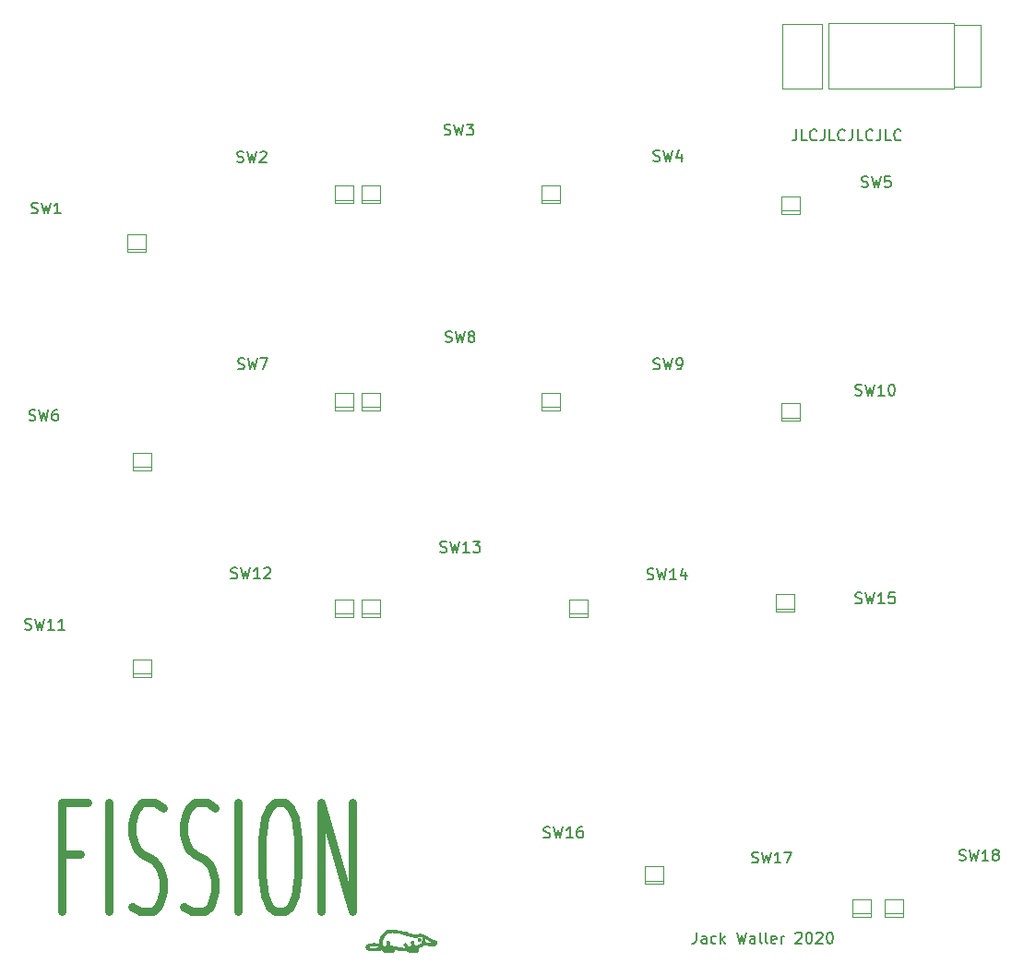
<source format=gbr>
%TF.GenerationSoftware,KiCad,Pcbnew,(5.1.6)-1*%
%TF.CreationDate,2020-08-26T09:56:27+01:00*%
%TF.ProjectId,Fission,46697373-696f-46e2-9e6b-696361645f70,rev?*%
%TF.SameCoordinates,Original*%
%TF.FileFunction,Legend,Top*%
%TF.FilePolarity,Positive*%
%FSLAX46Y46*%
G04 Gerber Fmt 4.6, Leading zero omitted, Abs format (unit mm)*
G04 Created by KiCad (PCBNEW (5.1.6)-1) date 2020-08-26 09:56:27*
%MOMM*%
%LPD*%
G01*
G04 APERTURE LIST*
%ADD10C,0.150000*%
%ADD11C,0.750000*%
%ADD12C,0.010000*%
%ADD13C,0.120000*%
G04 APERTURE END LIST*
D10*
X111904761Y-141452380D02*
X111904761Y-142166666D01*
X111857142Y-142309523D01*
X111761904Y-142404761D01*
X111619047Y-142452380D01*
X111523809Y-142452380D01*
X112809523Y-142452380D02*
X112809523Y-141928571D01*
X112761904Y-141833333D01*
X112666666Y-141785714D01*
X112476190Y-141785714D01*
X112380952Y-141833333D01*
X112809523Y-142404761D02*
X112714285Y-142452380D01*
X112476190Y-142452380D01*
X112380952Y-142404761D01*
X112333333Y-142309523D01*
X112333333Y-142214285D01*
X112380952Y-142119047D01*
X112476190Y-142071428D01*
X112714285Y-142071428D01*
X112809523Y-142023809D01*
X113714285Y-142404761D02*
X113619047Y-142452380D01*
X113428571Y-142452380D01*
X113333333Y-142404761D01*
X113285714Y-142357142D01*
X113238095Y-142261904D01*
X113238095Y-141976190D01*
X113285714Y-141880952D01*
X113333333Y-141833333D01*
X113428571Y-141785714D01*
X113619047Y-141785714D01*
X113714285Y-141833333D01*
X114142857Y-142452380D02*
X114142857Y-141452380D01*
X114238095Y-142071428D02*
X114523809Y-142452380D01*
X114523809Y-141785714D02*
X114142857Y-142166666D01*
X115619047Y-141452380D02*
X115857142Y-142452380D01*
X116047619Y-141738095D01*
X116238095Y-142452380D01*
X116476190Y-141452380D01*
X117285714Y-142452380D02*
X117285714Y-141928571D01*
X117238095Y-141833333D01*
X117142857Y-141785714D01*
X116952380Y-141785714D01*
X116857142Y-141833333D01*
X117285714Y-142404761D02*
X117190476Y-142452380D01*
X116952380Y-142452380D01*
X116857142Y-142404761D01*
X116809523Y-142309523D01*
X116809523Y-142214285D01*
X116857142Y-142119047D01*
X116952380Y-142071428D01*
X117190476Y-142071428D01*
X117285714Y-142023809D01*
X117904761Y-142452380D02*
X117809523Y-142404761D01*
X117761904Y-142309523D01*
X117761904Y-141452380D01*
X118428571Y-142452380D02*
X118333333Y-142404761D01*
X118285714Y-142309523D01*
X118285714Y-141452380D01*
X119190476Y-142404761D02*
X119095238Y-142452380D01*
X118904761Y-142452380D01*
X118809523Y-142404761D01*
X118761904Y-142309523D01*
X118761904Y-141928571D01*
X118809523Y-141833333D01*
X118904761Y-141785714D01*
X119095238Y-141785714D01*
X119190476Y-141833333D01*
X119238095Y-141928571D01*
X119238095Y-142023809D01*
X118761904Y-142119047D01*
X119666666Y-142452380D02*
X119666666Y-141785714D01*
X119666666Y-141976190D02*
X119714285Y-141880952D01*
X119761904Y-141833333D01*
X119857142Y-141785714D01*
X119952380Y-141785714D01*
X121000000Y-141547619D02*
X121047619Y-141500000D01*
X121142857Y-141452380D01*
X121380952Y-141452380D01*
X121476190Y-141500000D01*
X121523809Y-141547619D01*
X121571428Y-141642857D01*
X121571428Y-141738095D01*
X121523809Y-141880952D01*
X120952380Y-142452380D01*
X121571428Y-142452380D01*
X122190476Y-141452380D02*
X122285714Y-141452380D01*
X122380952Y-141500000D01*
X122428571Y-141547619D01*
X122476190Y-141642857D01*
X122523809Y-141833333D01*
X122523809Y-142071428D01*
X122476190Y-142261904D01*
X122428571Y-142357142D01*
X122380952Y-142404761D01*
X122285714Y-142452380D01*
X122190476Y-142452380D01*
X122095238Y-142404761D01*
X122047619Y-142357142D01*
X122000000Y-142261904D01*
X121952380Y-142071428D01*
X121952380Y-141833333D01*
X122000000Y-141642857D01*
X122047619Y-141547619D01*
X122095238Y-141500000D01*
X122190476Y-141452380D01*
X122904761Y-141547619D02*
X122952380Y-141500000D01*
X123047619Y-141452380D01*
X123285714Y-141452380D01*
X123380952Y-141500000D01*
X123428571Y-141547619D01*
X123476190Y-141642857D01*
X123476190Y-141738095D01*
X123428571Y-141880952D01*
X122857142Y-142452380D01*
X123476190Y-142452380D01*
X124095238Y-141452380D02*
X124190476Y-141452380D01*
X124285714Y-141500000D01*
X124333333Y-141547619D01*
X124380952Y-141642857D01*
X124428571Y-141833333D01*
X124428571Y-142071428D01*
X124380952Y-142261904D01*
X124333333Y-142357142D01*
X124285714Y-142404761D01*
X124190476Y-142452380D01*
X124095238Y-142452380D01*
X124000000Y-142404761D01*
X123952380Y-142357142D01*
X123904761Y-142261904D01*
X123857142Y-142071428D01*
X123857142Y-141833333D01*
X123904761Y-141642857D01*
X123952380Y-141547619D01*
X124000000Y-141500000D01*
X124095238Y-141452380D01*
X121080952Y-67752380D02*
X121080952Y-68466666D01*
X121033333Y-68609523D01*
X120938095Y-68704761D01*
X120795238Y-68752380D01*
X120700000Y-68752380D01*
X122033333Y-68752380D02*
X121557142Y-68752380D01*
X121557142Y-67752380D01*
X122938095Y-68657142D02*
X122890476Y-68704761D01*
X122747619Y-68752380D01*
X122652380Y-68752380D01*
X122509523Y-68704761D01*
X122414285Y-68609523D01*
X122366666Y-68514285D01*
X122319047Y-68323809D01*
X122319047Y-68180952D01*
X122366666Y-67990476D01*
X122414285Y-67895238D01*
X122509523Y-67800000D01*
X122652380Y-67752380D01*
X122747619Y-67752380D01*
X122890476Y-67800000D01*
X122938095Y-67847619D01*
X123652380Y-67752380D02*
X123652380Y-68466666D01*
X123604761Y-68609523D01*
X123509523Y-68704761D01*
X123366666Y-68752380D01*
X123271428Y-68752380D01*
X124604761Y-68752380D02*
X124128571Y-68752380D01*
X124128571Y-67752380D01*
X125509523Y-68657142D02*
X125461904Y-68704761D01*
X125319047Y-68752380D01*
X125223809Y-68752380D01*
X125080952Y-68704761D01*
X124985714Y-68609523D01*
X124938095Y-68514285D01*
X124890476Y-68323809D01*
X124890476Y-68180952D01*
X124938095Y-67990476D01*
X124985714Y-67895238D01*
X125080952Y-67800000D01*
X125223809Y-67752380D01*
X125319047Y-67752380D01*
X125461904Y-67800000D01*
X125509523Y-67847619D01*
X126223809Y-67752380D02*
X126223809Y-68466666D01*
X126176190Y-68609523D01*
X126080952Y-68704761D01*
X125938095Y-68752380D01*
X125842857Y-68752380D01*
X127176190Y-68752380D02*
X126700000Y-68752380D01*
X126700000Y-67752380D01*
X128080952Y-68657142D02*
X128033333Y-68704761D01*
X127890476Y-68752380D01*
X127795238Y-68752380D01*
X127652380Y-68704761D01*
X127557142Y-68609523D01*
X127509523Y-68514285D01*
X127461904Y-68323809D01*
X127461904Y-68180952D01*
X127509523Y-67990476D01*
X127557142Y-67895238D01*
X127652380Y-67800000D01*
X127795238Y-67752380D01*
X127890476Y-67752380D01*
X128033333Y-67800000D01*
X128080952Y-67847619D01*
X128795238Y-67752380D02*
X128795238Y-68466666D01*
X128747619Y-68609523D01*
X128652380Y-68704761D01*
X128509523Y-68752380D01*
X128414285Y-68752380D01*
X129747619Y-68752380D02*
X129271428Y-68752380D01*
X129271428Y-67752380D01*
X130652380Y-68657142D02*
X130604761Y-68704761D01*
X130461904Y-68752380D01*
X130366666Y-68752380D01*
X130223809Y-68704761D01*
X130128571Y-68609523D01*
X130080952Y-68514285D01*
X130033333Y-68323809D01*
X130033333Y-68180952D01*
X130080952Y-67990476D01*
X130128571Y-67895238D01*
X130223809Y-67800000D01*
X130366666Y-67752380D01*
X130461904Y-67752380D01*
X130604761Y-67800000D01*
X130652380Y-67847619D01*
D11*
X55344642Y-134285714D02*
X53677976Y-134285714D01*
X53677976Y-139523809D02*
X53677976Y-129523809D01*
X56058928Y-129523809D01*
X57963690Y-139523809D02*
X57963690Y-129523809D01*
X60106547Y-139047619D02*
X60820833Y-139523809D01*
X62011309Y-139523809D01*
X62487500Y-139047619D01*
X62725595Y-138571428D01*
X62963690Y-137619047D01*
X62963690Y-136666666D01*
X62725595Y-135714285D01*
X62487500Y-135238095D01*
X62011309Y-134761904D01*
X61058928Y-134285714D01*
X60582738Y-133809523D01*
X60344642Y-133333333D01*
X60106547Y-132380952D01*
X60106547Y-131428571D01*
X60344642Y-130476190D01*
X60582738Y-130000000D01*
X61058928Y-129523809D01*
X62249404Y-129523809D01*
X62963690Y-130000000D01*
X64868452Y-139047619D02*
X65582738Y-139523809D01*
X66773214Y-139523809D01*
X67249404Y-139047619D01*
X67487500Y-138571428D01*
X67725595Y-137619047D01*
X67725595Y-136666666D01*
X67487500Y-135714285D01*
X67249404Y-135238095D01*
X66773214Y-134761904D01*
X65820833Y-134285714D01*
X65344642Y-133809523D01*
X65106547Y-133333333D01*
X64868452Y-132380952D01*
X64868452Y-131428571D01*
X65106547Y-130476190D01*
X65344642Y-130000000D01*
X65820833Y-129523809D01*
X67011309Y-129523809D01*
X67725595Y-130000000D01*
X69868452Y-139523809D02*
X69868452Y-129523809D01*
X73201785Y-129523809D02*
X74154166Y-129523809D01*
X74630357Y-130000000D01*
X75106547Y-130952380D01*
X75344642Y-132857142D01*
X75344642Y-136190476D01*
X75106547Y-138095238D01*
X74630357Y-139047619D01*
X74154166Y-139523809D01*
X73201785Y-139523809D01*
X72725595Y-139047619D01*
X72249404Y-138095238D01*
X72011309Y-136190476D01*
X72011309Y-132857142D01*
X72249404Y-130952380D01*
X72725595Y-130000000D01*
X73201785Y-129523809D01*
X77487500Y-139523809D02*
X77487500Y-129523809D01*
X80344642Y-139523809D01*
X80344642Y-129523809D01*
D12*
%TO.C,G\u002A\u002A\u002A*%
G36*
X84131250Y-141201128D02*
G01*
X84324379Y-141218664D01*
X84526351Y-141248007D01*
X84739800Y-141289650D01*
X84967358Y-141344086D01*
X85211660Y-141411807D01*
X85384200Y-141464287D01*
X85536017Y-141511419D01*
X85665222Y-141550412D01*
X85773136Y-141581631D01*
X85861082Y-141605442D01*
X85930381Y-141622209D01*
X85982356Y-141632298D01*
X86001452Y-141634867D01*
X86048107Y-141636837D01*
X86105002Y-141633122D01*
X86177213Y-141623224D01*
X86248253Y-141610740D01*
X86318431Y-141597986D01*
X86386316Y-141586324D01*
X86444642Y-141576959D01*
X86486145Y-141571096D01*
X86489553Y-141570696D01*
X86599589Y-141570590D01*
X86712227Y-141593801D01*
X86823514Y-141639111D01*
X86929500Y-141705296D01*
X86932584Y-141707613D01*
X86982757Y-141739813D01*
X87044347Y-141771369D01*
X87099196Y-141793772D01*
X87190885Y-141831335D01*
X87285542Y-141882297D01*
X87388323Y-141949556D01*
X87430963Y-141980271D01*
X87482906Y-142015398D01*
X87540256Y-142049490D01*
X87587384Y-142073620D01*
X87628856Y-142090821D01*
X87683131Y-142111227D01*
X87744743Y-142133027D01*
X87808225Y-142154410D01*
X87868113Y-142173566D01*
X87918938Y-142188686D01*
X87955235Y-142197958D01*
X87968992Y-142199999D01*
X88000044Y-142211392D01*
X88027714Y-142240534D01*
X88046416Y-142279868D01*
X88051200Y-142311229D01*
X88040732Y-142372061D01*
X88012247Y-142438490D01*
X87970116Y-142504124D01*
X87918712Y-142562569D01*
X87862408Y-142607431D01*
X87840093Y-142619853D01*
X87812794Y-142632057D01*
X87787433Y-142639681D01*
X87757779Y-142643318D01*
X87717601Y-142643559D01*
X87660667Y-142640995D01*
X87633752Y-142639432D01*
X87576731Y-142635005D01*
X87500684Y-142627597D01*
X87411723Y-142617887D01*
X87315956Y-142606552D01*
X87219496Y-142594269D01*
X87185820Y-142589752D01*
X86885591Y-142548880D01*
X86837620Y-142590348D01*
X86799084Y-142617928D01*
X86741629Y-142651611D01*
X86670241Y-142688908D01*
X86589903Y-142727328D01*
X86505599Y-142764383D01*
X86423863Y-142797001D01*
X86314176Y-142838273D01*
X86338584Y-142893452D01*
X86355602Y-142945150D01*
X86367012Y-143005961D01*
X86371919Y-143066867D01*
X86369428Y-143118853D01*
X86363417Y-143143589D01*
X86354428Y-143162924D01*
X86342376Y-143178586D01*
X86324732Y-143190922D01*
X86298969Y-143200283D01*
X86262558Y-143207017D01*
X86212970Y-143211474D01*
X86147678Y-143214003D01*
X86064153Y-143214953D01*
X85959866Y-143214674D01*
X85855452Y-143213756D01*
X85738078Y-143212466D01*
X85643133Y-143210932D01*
X85567646Y-143208688D01*
X85508646Y-143205264D01*
X85463163Y-143200191D01*
X85428227Y-143193000D01*
X85400867Y-143183224D01*
X85378112Y-143170393D01*
X85356993Y-143154038D01*
X85334538Y-143133690D01*
X85331789Y-143131123D01*
X85317820Y-143119405D01*
X85301905Y-143110687D01*
X85279794Y-143104212D01*
X85247236Y-143099218D01*
X85199978Y-143094949D01*
X85133768Y-143090643D01*
X85091316Y-143088188D01*
X84901704Y-143074849D01*
X84725320Y-143056585D01*
X84551668Y-143032015D01*
X84370250Y-142999753D01*
X84274466Y-142980538D01*
X84216165Y-142968515D01*
X84185229Y-142962194D01*
X85486824Y-142962194D01*
X85489139Y-142967802D01*
X85498500Y-142974700D01*
X85516618Y-142978358D01*
X85556882Y-142981546D01*
X85616039Y-142984139D01*
X85690838Y-142986013D01*
X85778026Y-142987044D01*
X85825971Y-142987205D01*
X85922122Y-142987199D01*
X85995714Y-142986888D01*
X86049590Y-142986040D01*
X86086590Y-142984422D01*
X86109556Y-142981801D01*
X86121330Y-142977942D01*
X86124754Y-142972615D01*
X86122668Y-142965585D01*
X86121327Y-142962984D01*
X86086391Y-142921920D01*
X86035134Y-142891834D01*
X85989731Y-142879504D01*
X85952804Y-142878832D01*
X85895644Y-142884736D01*
X85816870Y-142897405D01*
X85715424Y-142916960D01*
X85643700Y-142931492D01*
X85580838Y-142944096D01*
X85530967Y-142953954D01*
X85498213Y-142960249D01*
X85486824Y-142962194D01*
X84185229Y-142962194D01*
X84167825Y-142958638D01*
X84134352Y-142951902D01*
X84120652Y-142949303D01*
X84120587Y-142949300D01*
X84119925Y-142960881D01*
X84121030Y-142991311D01*
X84123660Y-143034117D01*
X84123803Y-143036123D01*
X84126340Y-143081667D01*
X84125272Y-143118807D01*
X84118316Y-143148390D01*
X84103190Y-143171258D01*
X84077610Y-143188257D01*
X84039296Y-143200231D01*
X83985964Y-143208023D01*
X83915332Y-143212480D01*
X83825118Y-143214444D01*
X83713039Y-143214760D01*
X83641532Y-143214539D01*
X83544566Y-143213863D01*
X83453943Y-143212671D01*
X83373324Y-143211057D01*
X83306373Y-143209111D01*
X83256751Y-143206926D01*
X83228123Y-143204594D01*
X83225200Y-143204109D01*
X83159104Y-143181712D01*
X83100320Y-143145045D01*
X83054712Y-143098858D01*
X83028144Y-143047902D01*
X83026969Y-143043571D01*
X83023460Y-143029643D01*
X83018418Y-143020438D01*
X83007768Y-143015820D01*
X82987439Y-143015649D01*
X82953357Y-143019790D01*
X82901448Y-143028105D01*
X82845610Y-143037460D01*
X82769996Y-143049554D01*
X82687097Y-143061935D01*
X82609391Y-143072776D01*
X82571150Y-143077694D01*
X82504047Y-143083941D01*
X82421692Y-143088532D01*
X82329421Y-143091469D01*
X82232570Y-143092756D01*
X82136476Y-143092393D01*
X82046476Y-143090383D01*
X81967907Y-143086728D01*
X81906104Y-143081431D01*
X81879000Y-143077410D01*
X81770927Y-143048093D01*
X81684142Y-143005380D01*
X81633639Y-142962194D01*
X83238924Y-142962194D01*
X83241239Y-142967802D01*
X83250600Y-142974700D01*
X83268151Y-142978309D01*
X83305943Y-142981312D01*
X83359832Y-142983699D01*
X83425675Y-142985462D01*
X83499328Y-142986593D01*
X83576650Y-142987082D01*
X83653497Y-142986921D01*
X83725725Y-142986102D01*
X83789192Y-142984616D01*
X83839755Y-142982454D01*
X83873271Y-142979608D01*
X83885597Y-142976069D01*
X83885600Y-142976015D01*
X83876817Y-142961494D01*
X83854613Y-142937931D01*
X83841685Y-142926074D01*
X83813146Y-142904168D01*
X83782906Y-142889220D01*
X83747191Y-142881138D01*
X83702224Y-142879830D01*
X83644231Y-142885204D01*
X83569437Y-142897168D01*
X83474067Y-142915630D01*
X83467524Y-142916960D01*
X83395800Y-142931492D01*
X83332938Y-142944096D01*
X83283067Y-142953954D01*
X83250313Y-142960249D01*
X83238924Y-142962194D01*
X81633639Y-142962194D01*
X81618159Y-142948957D01*
X81572928Y-142879450D01*
X81557278Y-142828758D01*
X81549982Y-142768445D01*
X81550040Y-142765801D01*
X81768787Y-142765801D01*
X81781877Y-142793273D01*
X81814410Y-142819218D01*
X81863485Y-142841464D01*
X81926204Y-142857836D01*
X81939657Y-142860140D01*
X81997006Y-142865866D01*
X82074443Y-142868805D01*
X82166828Y-142869128D01*
X82269024Y-142867009D01*
X82375891Y-142862617D01*
X82482290Y-142856127D01*
X82583081Y-142847709D01*
X82673127Y-142837536D01*
X82691800Y-142834963D01*
X82759431Y-142825032D01*
X82817671Y-142816041D01*
X82862120Y-142808703D01*
X82888377Y-142803734D01*
X82893545Y-142802212D01*
X82890993Y-142789694D01*
X82878655Y-142767496D01*
X82850930Y-142744118D01*
X82801542Y-142722107D01*
X82734213Y-142701985D01*
X82652667Y-142684270D01*
X82560627Y-142669484D01*
X82461814Y-142658145D01*
X82359952Y-142650775D01*
X82258763Y-142647893D01*
X82161971Y-142650019D01*
X82083558Y-142656425D01*
X82001988Y-142668144D01*
X81926365Y-142683170D01*
X81861300Y-142700256D01*
X81811408Y-142718156D01*
X81781300Y-142735623D01*
X81778040Y-142738978D01*
X81768787Y-142765801D01*
X81550040Y-142765801D01*
X81551307Y-142708533D01*
X81561522Y-142659047D01*
X81566716Y-142647044D01*
X81610114Y-142588935D01*
X81675719Y-142538933D01*
X81764321Y-142496551D01*
X81864152Y-142464583D01*
X81933101Y-142450886D01*
X82021325Y-142440447D01*
X82122891Y-142433415D01*
X82231867Y-142429939D01*
X82342318Y-142430167D01*
X82448312Y-142434250D01*
X82543915Y-142442336D01*
X82577500Y-142446664D01*
X82637283Y-142455570D01*
X82689024Y-142463760D01*
X82726816Y-142470268D01*
X82743996Y-142473883D01*
X82754756Y-142473154D01*
X82762257Y-142460333D01*
X82766405Y-142438714D01*
X82997424Y-142438714D01*
X82997511Y-142479357D01*
X83001798Y-142509940D01*
X83011364Y-142538091D01*
X83027288Y-142571439D01*
X83027541Y-142571940D01*
X83056441Y-142621852D01*
X83091428Y-142672646D01*
X83109425Y-142695202D01*
X83156739Y-142750137D01*
X83524049Y-142678521D01*
X83494489Y-142563085D01*
X83479839Y-142498595D01*
X83467334Y-142430429D01*
X83459188Y-142371024D01*
X83458074Y-142358750D01*
X83455290Y-142310195D01*
X83457040Y-142279295D01*
X83464620Y-142258514D01*
X83478261Y-142241428D01*
X83520303Y-142211783D01*
X83567059Y-142201394D01*
X83611667Y-142210165D01*
X83647263Y-142238001D01*
X83651417Y-142243838D01*
X83663341Y-142271885D01*
X83675118Y-142315652D01*
X83684053Y-142364757D01*
X83694386Y-142424734D01*
X83709199Y-142493490D01*
X83724400Y-142552870D01*
X83752250Y-142650800D01*
X83814888Y-142654742D01*
X83851825Y-142659285D01*
X83906067Y-142668740D01*
X83970312Y-142681724D01*
X84037138Y-142696825D01*
X84190084Y-142732543D01*
X84326012Y-142762206D01*
X84451501Y-142786904D01*
X84573129Y-142807721D01*
X84697475Y-142825747D01*
X84831119Y-142842066D01*
X84980639Y-142857767D01*
X85054000Y-142864840D01*
X85129961Y-142870539D01*
X85181206Y-142870954D01*
X85207867Y-142866080D01*
X85210986Y-142857225D01*
X85200579Y-142840912D01*
X85179266Y-142808100D01*
X85150117Y-142763497D01*
X85116203Y-142711812D01*
X85114987Y-142709963D01*
X85074554Y-142646278D01*
X85047961Y-142598613D01*
X85033286Y-142563067D01*
X85028606Y-142535743D01*
X85028600Y-142534760D01*
X85039638Y-142487839D01*
X85068784Y-142452391D01*
X85110085Y-142431752D01*
X85157586Y-142429259D01*
X85194559Y-142441759D01*
X85210712Y-142457001D01*
X85237029Y-142489093D01*
X85269999Y-142533482D01*
X85306107Y-142585617D01*
X85309690Y-142590984D01*
X85344520Y-142643056D01*
X85374660Y-142687608D01*
X85397129Y-142720274D01*
X85408949Y-142736686D01*
X85409545Y-142737393D01*
X85424698Y-142738766D01*
X85459995Y-142735492D01*
X85510730Y-142728191D01*
X85572200Y-142717481D01*
X85596956Y-142712733D01*
X85775054Y-142677729D01*
X85757830Y-142628910D01*
X85743104Y-142578412D01*
X85728459Y-142513625D01*
X85715574Y-142443817D01*
X85706129Y-142378257D01*
X85701805Y-142326212D01*
X85701700Y-142319247D01*
X85712315Y-142264981D01*
X85741443Y-142225436D01*
X85785008Y-142203799D01*
X85838933Y-142203258D01*
X85847589Y-142205174D01*
X85878391Y-142220568D01*
X85901435Y-142251308D01*
X85918462Y-142300783D01*
X85930373Y-142366202D01*
X85941542Y-142429944D01*
X85957416Y-142500946D01*
X85972328Y-142556109D01*
X86001046Y-142650850D01*
X86057748Y-142661830D01*
X86083343Y-142665517D01*
X86108542Y-142665108D01*
X86138607Y-142659405D01*
X86178804Y-142647207D01*
X86234395Y-142627318D01*
X86273200Y-142612756D01*
X86352634Y-142581519D01*
X86433283Y-142547706D01*
X86510516Y-142513456D01*
X86579701Y-142480906D01*
X86636207Y-142452194D01*
X86675402Y-142429460D01*
X86685080Y-142422609D01*
X86695881Y-142410699D01*
X86703845Y-142391549D01*
X86709875Y-142360580D01*
X86714874Y-142313215D01*
X86715121Y-142309764D01*
X86936342Y-142309764D01*
X86938042Y-142322976D01*
X86952385Y-142326810D01*
X86988144Y-142333228D01*
X87041522Y-142341713D01*
X87108726Y-142351751D01*
X87185960Y-142362824D01*
X87269430Y-142374417D01*
X87355340Y-142386015D01*
X87439896Y-142397100D01*
X87519302Y-142407158D01*
X87589764Y-142415673D01*
X87647486Y-142422128D01*
X87688674Y-142426007D01*
X87701950Y-142426823D01*
X87732998Y-142420096D01*
X87749575Y-142410921D01*
X87767306Y-142394579D01*
X87771800Y-142386826D01*
X87760665Y-142379736D01*
X87731789Y-142368720D01*
X87700051Y-142358744D01*
X87579513Y-142316315D01*
X87456920Y-142259942D01*
X87343252Y-142194967D01*
X87293239Y-142160952D01*
X87236561Y-142121792D01*
X87176565Y-142083727D01*
X87118099Y-142049477D01*
X87066012Y-142021766D01*
X87025155Y-142003314D01*
X87000871Y-141996839D01*
X86988053Y-142007829D01*
X86975170Y-142035191D01*
X86972303Y-142044425D01*
X86964453Y-142079268D01*
X86956317Y-142126230D01*
X86948666Y-142179036D01*
X86942272Y-142231411D01*
X86937907Y-142277079D01*
X86936342Y-142309764D01*
X86715121Y-142309764D01*
X86719563Y-142247714D01*
X86725939Y-142174917D01*
X86735406Y-142099651D01*
X86746557Y-142031989D01*
X86755358Y-141991593D01*
X86767375Y-141943585D01*
X86776417Y-141904998D01*
X86780948Y-141882467D01*
X86781200Y-141879929D01*
X86770574Y-141869318D01*
X86742664Y-141852099D01*
X86703420Y-141831927D01*
X86701825Y-141831170D01*
X86654330Y-141811513D01*
X86607600Y-141799361D01*
X86556649Y-141794633D01*
X86496488Y-141797249D01*
X86422131Y-141807130D01*
X86328591Y-141824195D01*
X86324000Y-141825101D01*
X86244667Y-141839825D01*
X86173004Y-141850373D01*
X86105764Y-141856310D01*
X86039701Y-141857202D01*
X85971567Y-141852613D01*
X85898115Y-141842109D01*
X85816099Y-141825256D01*
X85722271Y-141801617D01*
X85613384Y-141770759D01*
X85486192Y-141732247D01*
X85377850Y-141698399D01*
X85093100Y-141613117D01*
X84828482Y-141542994D01*
X84584034Y-141488038D01*
X84359794Y-141448257D01*
X84155802Y-141423656D01*
X83972094Y-141414245D01*
X83860200Y-141416449D01*
X83709477Y-141434963D01*
X83573333Y-141474166D01*
X83451088Y-141534445D01*
X83342059Y-141616186D01*
X83245564Y-141719773D01*
X83192113Y-141794550D01*
X83112065Y-141940370D01*
X83051934Y-142098528D01*
X83013501Y-142263583D01*
X83000458Y-142380382D01*
X82997424Y-142438714D01*
X82766405Y-142438714D01*
X82767890Y-142430976D01*
X82772993Y-142381266D01*
X82799984Y-142186207D01*
X82845649Y-142004578D01*
X82909354Y-141837593D01*
X82990463Y-141686467D01*
X83088340Y-141552415D01*
X83202349Y-141436651D01*
X83310217Y-141354368D01*
X83419676Y-141292166D01*
X83537865Y-141246037D01*
X83668270Y-141215102D01*
X83814382Y-141198484D01*
X83944330Y-141194907D01*
X84131250Y-141201128D01*
G37*
X84131250Y-141201128D02*
X84324379Y-141218664D01*
X84526351Y-141248007D01*
X84739800Y-141289650D01*
X84967358Y-141344086D01*
X85211660Y-141411807D01*
X85384200Y-141464287D01*
X85536017Y-141511419D01*
X85665222Y-141550412D01*
X85773136Y-141581631D01*
X85861082Y-141605442D01*
X85930381Y-141622209D01*
X85982356Y-141632298D01*
X86001452Y-141634867D01*
X86048107Y-141636837D01*
X86105002Y-141633122D01*
X86177213Y-141623224D01*
X86248253Y-141610740D01*
X86318431Y-141597986D01*
X86386316Y-141586324D01*
X86444642Y-141576959D01*
X86486145Y-141571096D01*
X86489553Y-141570696D01*
X86599589Y-141570590D01*
X86712227Y-141593801D01*
X86823514Y-141639111D01*
X86929500Y-141705296D01*
X86932584Y-141707613D01*
X86982757Y-141739813D01*
X87044347Y-141771369D01*
X87099196Y-141793772D01*
X87190885Y-141831335D01*
X87285542Y-141882297D01*
X87388323Y-141949556D01*
X87430963Y-141980271D01*
X87482906Y-142015398D01*
X87540256Y-142049490D01*
X87587384Y-142073620D01*
X87628856Y-142090821D01*
X87683131Y-142111227D01*
X87744743Y-142133027D01*
X87808225Y-142154410D01*
X87868113Y-142173566D01*
X87918938Y-142188686D01*
X87955235Y-142197958D01*
X87968992Y-142199999D01*
X88000044Y-142211392D01*
X88027714Y-142240534D01*
X88046416Y-142279868D01*
X88051200Y-142311229D01*
X88040732Y-142372061D01*
X88012247Y-142438490D01*
X87970116Y-142504124D01*
X87918712Y-142562569D01*
X87862408Y-142607431D01*
X87840093Y-142619853D01*
X87812794Y-142632057D01*
X87787433Y-142639681D01*
X87757779Y-142643318D01*
X87717601Y-142643559D01*
X87660667Y-142640995D01*
X87633752Y-142639432D01*
X87576731Y-142635005D01*
X87500684Y-142627597D01*
X87411723Y-142617887D01*
X87315956Y-142606552D01*
X87219496Y-142594269D01*
X87185820Y-142589752D01*
X86885591Y-142548880D01*
X86837620Y-142590348D01*
X86799084Y-142617928D01*
X86741629Y-142651611D01*
X86670241Y-142688908D01*
X86589903Y-142727328D01*
X86505599Y-142764383D01*
X86423863Y-142797001D01*
X86314176Y-142838273D01*
X86338584Y-142893452D01*
X86355602Y-142945150D01*
X86367012Y-143005961D01*
X86371919Y-143066867D01*
X86369428Y-143118853D01*
X86363417Y-143143589D01*
X86354428Y-143162924D01*
X86342376Y-143178586D01*
X86324732Y-143190922D01*
X86298969Y-143200283D01*
X86262558Y-143207017D01*
X86212970Y-143211474D01*
X86147678Y-143214003D01*
X86064153Y-143214953D01*
X85959866Y-143214674D01*
X85855452Y-143213756D01*
X85738078Y-143212466D01*
X85643133Y-143210932D01*
X85567646Y-143208688D01*
X85508646Y-143205264D01*
X85463163Y-143200191D01*
X85428227Y-143193000D01*
X85400867Y-143183224D01*
X85378112Y-143170393D01*
X85356993Y-143154038D01*
X85334538Y-143133690D01*
X85331789Y-143131123D01*
X85317820Y-143119405D01*
X85301905Y-143110687D01*
X85279794Y-143104212D01*
X85247236Y-143099218D01*
X85199978Y-143094949D01*
X85133768Y-143090643D01*
X85091316Y-143088188D01*
X84901704Y-143074849D01*
X84725320Y-143056585D01*
X84551668Y-143032015D01*
X84370250Y-142999753D01*
X84274466Y-142980538D01*
X84216165Y-142968515D01*
X84185229Y-142962194D01*
X85486824Y-142962194D01*
X85489139Y-142967802D01*
X85498500Y-142974700D01*
X85516618Y-142978358D01*
X85556882Y-142981546D01*
X85616039Y-142984139D01*
X85690838Y-142986013D01*
X85778026Y-142987044D01*
X85825971Y-142987205D01*
X85922122Y-142987199D01*
X85995714Y-142986888D01*
X86049590Y-142986040D01*
X86086590Y-142984422D01*
X86109556Y-142981801D01*
X86121330Y-142977942D01*
X86124754Y-142972615D01*
X86122668Y-142965585D01*
X86121327Y-142962984D01*
X86086391Y-142921920D01*
X86035134Y-142891834D01*
X85989731Y-142879504D01*
X85952804Y-142878832D01*
X85895644Y-142884736D01*
X85816870Y-142897405D01*
X85715424Y-142916960D01*
X85643700Y-142931492D01*
X85580838Y-142944096D01*
X85530967Y-142953954D01*
X85498213Y-142960249D01*
X85486824Y-142962194D01*
X84185229Y-142962194D01*
X84167825Y-142958638D01*
X84134352Y-142951902D01*
X84120652Y-142949303D01*
X84120587Y-142949300D01*
X84119925Y-142960881D01*
X84121030Y-142991311D01*
X84123660Y-143034117D01*
X84123803Y-143036123D01*
X84126340Y-143081667D01*
X84125272Y-143118807D01*
X84118316Y-143148390D01*
X84103190Y-143171258D01*
X84077610Y-143188257D01*
X84039296Y-143200231D01*
X83985964Y-143208023D01*
X83915332Y-143212480D01*
X83825118Y-143214444D01*
X83713039Y-143214760D01*
X83641532Y-143214539D01*
X83544566Y-143213863D01*
X83453943Y-143212671D01*
X83373324Y-143211057D01*
X83306373Y-143209111D01*
X83256751Y-143206926D01*
X83228123Y-143204594D01*
X83225200Y-143204109D01*
X83159104Y-143181712D01*
X83100320Y-143145045D01*
X83054712Y-143098858D01*
X83028144Y-143047902D01*
X83026969Y-143043571D01*
X83023460Y-143029643D01*
X83018418Y-143020438D01*
X83007768Y-143015820D01*
X82987439Y-143015649D01*
X82953357Y-143019790D01*
X82901448Y-143028105D01*
X82845610Y-143037460D01*
X82769996Y-143049554D01*
X82687097Y-143061935D01*
X82609391Y-143072776D01*
X82571150Y-143077694D01*
X82504047Y-143083941D01*
X82421692Y-143088532D01*
X82329421Y-143091469D01*
X82232570Y-143092756D01*
X82136476Y-143092393D01*
X82046476Y-143090383D01*
X81967907Y-143086728D01*
X81906104Y-143081431D01*
X81879000Y-143077410D01*
X81770927Y-143048093D01*
X81684142Y-143005380D01*
X81633639Y-142962194D01*
X83238924Y-142962194D01*
X83241239Y-142967802D01*
X83250600Y-142974700D01*
X83268151Y-142978309D01*
X83305943Y-142981312D01*
X83359832Y-142983699D01*
X83425675Y-142985462D01*
X83499328Y-142986593D01*
X83576650Y-142987082D01*
X83653497Y-142986921D01*
X83725725Y-142986102D01*
X83789192Y-142984616D01*
X83839755Y-142982454D01*
X83873271Y-142979608D01*
X83885597Y-142976069D01*
X83885600Y-142976015D01*
X83876817Y-142961494D01*
X83854613Y-142937931D01*
X83841685Y-142926074D01*
X83813146Y-142904168D01*
X83782906Y-142889220D01*
X83747191Y-142881138D01*
X83702224Y-142879830D01*
X83644231Y-142885204D01*
X83569437Y-142897168D01*
X83474067Y-142915630D01*
X83467524Y-142916960D01*
X83395800Y-142931492D01*
X83332938Y-142944096D01*
X83283067Y-142953954D01*
X83250313Y-142960249D01*
X83238924Y-142962194D01*
X81633639Y-142962194D01*
X81618159Y-142948957D01*
X81572928Y-142879450D01*
X81557278Y-142828758D01*
X81549982Y-142768445D01*
X81550040Y-142765801D01*
X81768787Y-142765801D01*
X81781877Y-142793273D01*
X81814410Y-142819218D01*
X81863485Y-142841464D01*
X81926204Y-142857836D01*
X81939657Y-142860140D01*
X81997006Y-142865866D01*
X82074443Y-142868805D01*
X82166828Y-142869128D01*
X82269024Y-142867009D01*
X82375891Y-142862617D01*
X82482290Y-142856127D01*
X82583081Y-142847709D01*
X82673127Y-142837536D01*
X82691800Y-142834963D01*
X82759431Y-142825032D01*
X82817671Y-142816041D01*
X82862120Y-142808703D01*
X82888377Y-142803734D01*
X82893545Y-142802212D01*
X82890993Y-142789694D01*
X82878655Y-142767496D01*
X82850930Y-142744118D01*
X82801542Y-142722107D01*
X82734213Y-142701985D01*
X82652667Y-142684270D01*
X82560627Y-142669484D01*
X82461814Y-142658145D01*
X82359952Y-142650775D01*
X82258763Y-142647893D01*
X82161971Y-142650019D01*
X82083558Y-142656425D01*
X82001988Y-142668144D01*
X81926365Y-142683170D01*
X81861300Y-142700256D01*
X81811408Y-142718156D01*
X81781300Y-142735623D01*
X81778040Y-142738978D01*
X81768787Y-142765801D01*
X81550040Y-142765801D01*
X81551307Y-142708533D01*
X81561522Y-142659047D01*
X81566716Y-142647044D01*
X81610114Y-142588935D01*
X81675719Y-142538933D01*
X81764321Y-142496551D01*
X81864152Y-142464583D01*
X81933101Y-142450886D01*
X82021325Y-142440447D01*
X82122891Y-142433415D01*
X82231867Y-142429939D01*
X82342318Y-142430167D01*
X82448312Y-142434250D01*
X82543915Y-142442336D01*
X82577500Y-142446664D01*
X82637283Y-142455570D01*
X82689024Y-142463760D01*
X82726816Y-142470268D01*
X82743996Y-142473883D01*
X82754756Y-142473154D01*
X82762257Y-142460333D01*
X82766405Y-142438714D01*
X82997424Y-142438714D01*
X82997511Y-142479357D01*
X83001798Y-142509940D01*
X83011364Y-142538091D01*
X83027288Y-142571439D01*
X83027541Y-142571940D01*
X83056441Y-142621852D01*
X83091428Y-142672646D01*
X83109425Y-142695202D01*
X83156739Y-142750137D01*
X83524049Y-142678521D01*
X83494489Y-142563085D01*
X83479839Y-142498595D01*
X83467334Y-142430429D01*
X83459188Y-142371024D01*
X83458074Y-142358750D01*
X83455290Y-142310195D01*
X83457040Y-142279295D01*
X83464620Y-142258514D01*
X83478261Y-142241428D01*
X83520303Y-142211783D01*
X83567059Y-142201394D01*
X83611667Y-142210165D01*
X83647263Y-142238001D01*
X83651417Y-142243838D01*
X83663341Y-142271885D01*
X83675118Y-142315652D01*
X83684053Y-142364757D01*
X83694386Y-142424734D01*
X83709199Y-142493490D01*
X83724400Y-142552870D01*
X83752250Y-142650800D01*
X83814888Y-142654742D01*
X83851825Y-142659285D01*
X83906067Y-142668740D01*
X83970312Y-142681724D01*
X84037138Y-142696825D01*
X84190084Y-142732543D01*
X84326012Y-142762206D01*
X84451501Y-142786904D01*
X84573129Y-142807721D01*
X84697475Y-142825747D01*
X84831119Y-142842066D01*
X84980639Y-142857767D01*
X85054000Y-142864840D01*
X85129961Y-142870539D01*
X85181206Y-142870954D01*
X85207867Y-142866080D01*
X85210986Y-142857225D01*
X85200579Y-142840912D01*
X85179266Y-142808100D01*
X85150117Y-142763497D01*
X85116203Y-142711812D01*
X85114987Y-142709963D01*
X85074554Y-142646278D01*
X85047961Y-142598613D01*
X85033286Y-142563067D01*
X85028606Y-142535743D01*
X85028600Y-142534760D01*
X85039638Y-142487839D01*
X85068784Y-142452391D01*
X85110085Y-142431752D01*
X85157586Y-142429259D01*
X85194559Y-142441759D01*
X85210712Y-142457001D01*
X85237029Y-142489093D01*
X85269999Y-142533482D01*
X85306107Y-142585617D01*
X85309690Y-142590984D01*
X85344520Y-142643056D01*
X85374660Y-142687608D01*
X85397129Y-142720274D01*
X85408949Y-142736686D01*
X85409545Y-142737393D01*
X85424698Y-142738766D01*
X85459995Y-142735492D01*
X85510730Y-142728191D01*
X85572200Y-142717481D01*
X85596956Y-142712733D01*
X85775054Y-142677729D01*
X85757830Y-142628910D01*
X85743104Y-142578412D01*
X85728459Y-142513625D01*
X85715574Y-142443817D01*
X85706129Y-142378257D01*
X85701805Y-142326212D01*
X85701700Y-142319247D01*
X85712315Y-142264981D01*
X85741443Y-142225436D01*
X85785008Y-142203799D01*
X85838933Y-142203258D01*
X85847589Y-142205174D01*
X85878391Y-142220568D01*
X85901435Y-142251308D01*
X85918462Y-142300783D01*
X85930373Y-142366202D01*
X85941542Y-142429944D01*
X85957416Y-142500946D01*
X85972328Y-142556109D01*
X86001046Y-142650850D01*
X86057748Y-142661830D01*
X86083343Y-142665517D01*
X86108542Y-142665108D01*
X86138607Y-142659405D01*
X86178804Y-142647207D01*
X86234395Y-142627318D01*
X86273200Y-142612756D01*
X86352634Y-142581519D01*
X86433283Y-142547706D01*
X86510516Y-142513456D01*
X86579701Y-142480906D01*
X86636207Y-142452194D01*
X86675402Y-142429460D01*
X86685080Y-142422609D01*
X86695881Y-142410699D01*
X86703845Y-142391549D01*
X86709875Y-142360580D01*
X86714874Y-142313215D01*
X86715121Y-142309764D01*
X86936342Y-142309764D01*
X86938042Y-142322976D01*
X86952385Y-142326810D01*
X86988144Y-142333228D01*
X87041522Y-142341713D01*
X87108726Y-142351751D01*
X87185960Y-142362824D01*
X87269430Y-142374417D01*
X87355340Y-142386015D01*
X87439896Y-142397100D01*
X87519302Y-142407158D01*
X87589764Y-142415673D01*
X87647486Y-142422128D01*
X87688674Y-142426007D01*
X87701950Y-142426823D01*
X87732998Y-142420096D01*
X87749575Y-142410921D01*
X87767306Y-142394579D01*
X87771800Y-142386826D01*
X87760665Y-142379736D01*
X87731789Y-142368720D01*
X87700051Y-142358744D01*
X87579513Y-142316315D01*
X87456920Y-142259942D01*
X87343252Y-142194967D01*
X87293239Y-142160952D01*
X87236561Y-142121792D01*
X87176565Y-142083727D01*
X87118099Y-142049477D01*
X87066012Y-142021766D01*
X87025155Y-142003314D01*
X87000871Y-141996839D01*
X86988053Y-142007829D01*
X86975170Y-142035191D01*
X86972303Y-142044425D01*
X86964453Y-142079268D01*
X86956317Y-142126230D01*
X86948666Y-142179036D01*
X86942272Y-142231411D01*
X86937907Y-142277079D01*
X86936342Y-142309764D01*
X86715121Y-142309764D01*
X86719563Y-142247714D01*
X86725939Y-142174917D01*
X86735406Y-142099651D01*
X86746557Y-142031989D01*
X86755358Y-141991593D01*
X86767375Y-141943585D01*
X86776417Y-141904998D01*
X86780948Y-141882467D01*
X86781200Y-141879929D01*
X86770574Y-141869318D01*
X86742664Y-141852099D01*
X86703420Y-141831927D01*
X86701825Y-141831170D01*
X86654330Y-141811513D01*
X86607600Y-141799361D01*
X86556649Y-141794633D01*
X86496488Y-141797249D01*
X86422131Y-141807130D01*
X86328591Y-141824195D01*
X86324000Y-141825101D01*
X86244667Y-141839825D01*
X86173004Y-141850373D01*
X86105764Y-141856310D01*
X86039701Y-141857202D01*
X85971567Y-141852613D01*
X85898115Y-141842109D01*
X85816099Y-141825256D01*
X85722271Y-141801617D01*
X85613384Y-141770759D01*
X85486192Y-141732247D01*
X85377850Y-141698399D01*
X85093100Y-141613117D01*
X84828482Y-141542994D01*
X84584034Y-141488038D01*
X84359794Y-141448257D01*
X84155802Y-141423656D01*
X83972094Y-141414245D01*
X83860200Y-141416449D01*
X83709477Y-141434963D01*
X83573333Y-141474166D01*
X83451088Y-141534445D01*
X83342059Y-141616186D01*
X83245564Y-141719773D01*
X83192113Y-141794550D01*
X83112065Y-141940370D01*
X83051934Y-142098528D01*
X83013501Y-142263583D01*
X83000458Y-142380382D01*
X82997424Y-142438714D01*
X82766405Y-142438714D01*
X82767890Y-142430976D01*
X82772993Y-142381266D01*
X82799984Y-142186207D01*
X82845649Y-142004578D01*
X82909354Y-141837593D01*
X82990463Y-141686467D01*
X83088340Y-141552415D01*
X83202349Y-141436651D01*
X83310217Y-141354368D01*
X83419676Y-141292166D01*
X83537865Y-141246037D01*
X83668270Y-141215102D01*
X83814382Y-141198484D01*
X83944330Y-141194907D01*
X84131250Y-141201128D01*
G36*
X86463858Y-141956937D02*
G01*
X86508372Y-141977410D01*
X86543056Y-142013061D01*
X86562588Y-142062017D01*
X86565017Y-142089849D01*
X86553865Y-142146678D01*
X86524159Y-142190050D01*
X86480528Y-142216889D01*
X86427599Y-142224121D01*
X86379729Y-142212953D01*
X86337999Y-142183615D01*
X86310649Y-142139584D01*
X86299663Y-142088338D01*
X86307027Y-142037354D01*
X86324577Y-142005300D01*
X86366637Y-141969010D01*
X86414839Y-141953513D01*
X86463858Y-141956937D01*
G37*
X86463858Y-141956937D02*
X86508372Y-141977410D01*
X86543056Y-142013061D01*
X86562588Y-142062017D01*
X86565017Y-142089849D01*
X86553865Y-142146678D01*
X86524159Y-142190050D01*
X86480528Y-142216889D01*
X86427599Y-142224121D01*
X86379729Y-142212953D01*
X86337999Y-142183615D01*
X86310649Y-142139584D01*
X86299663Y-142088338D01*
X86307027Y-142037354D01*
X86324577Y-142005300D01*
X86366637Y-141969010D01*
X86414839Y-141953513D01*
X86463858Y-141956937D01*
D13*
%TO.C,D18*%
X129200000Y-140000000D02*
X130900000Y-140000000D01*
X130900000Y-140000000D02*
X130900000Y-138400000D01*
X130900000Y-138400000D02*
X129200000Y-138400000D01*
X129200000Y-138400000D02*
X129200000Y-140000000D01*
X129200000Y-139700000D02*
X130900000Y-139700000D01*
%TO.C,D17*%
X126200000Y-140000000D02*
X127900000Y-140000000D01*
X127900000Y-140000000D02*
X127900000Y-138400000D01*
X127900000Y-138400000D02*
X126200000Y-138400000D01*
X126200000Y-138400000D02*
X126200000Y-140000000D01*
X126200000Y-139700000D02*
X127900000Y-139700000D01*
%TO.C,D16*%
X107200000Y-137000000D02*
X108900000Y-137000000D01*
X108900000Y-137000000D02*
X108900000Y-135400000D01*
X108900000Y-135400000D02*
X107200000Y-135400000D01*
X107200000Y-135400000D02*
X107200000Y-137000000D01*
X107200000Y-136700000D02*
X108900000Y-136700000D01*
%TO.C,D15*%
X119200000Y-112000000D02*
X120900000Y-112000000D01*
X120900000Y-112000000D02*
X120900000Y-110400000D01*
X120900000Y-110400000D02*
X119200000Y-110400000D01*
X119200000Y-110400000D02*
X119200000Y-112000000D01*
X119200000Y-111700000D02*
X120900000Y-111700000D01*
%TO.C,D14*%
X100200000Y-112500000D02*
X101900000Y-112500000D01*
X101900000Y-112500000D02*
X101900000Y-110900000D01*
X101900000Y-110900000D02*
X100200000Y-110900000D01*
X100200000Y-110900000D02*
X100200000Y-112500000D01*
X100200000Y-112200000D02*
X101900000Y-112200000D01*
%TO.C,D13*%
X81200000Y-112500000D02*
X82900000Y-112500000D01*
X82900000Y-112500000D02*
X82900000Y-110900000D01*
X82900000Y-110900000D02*
X81200000Y-110900000D01*
X81200000Y-110900000D02*
X81200000Y-112500000D01*
X81200000Y-112200000D02*
X82900000Y-112200000D01*
%TO.C,D12*%
X78700000Y-112500000D02*
X80400000Y-112500000D01*
X80400000Y-112500000D02*
X80400000Y-110900000D01*
X80400000Y-110900000D02*
X78700000Y-110900000D01*
X78700000Y-110900000D02*
X78700000Y-112500000D01*
X78700000Y-112200000D02*
X80400000Y-112200000D01*
%TO.C,D11*%
X60200000Y-118000000D02*
X61900000Y-118000000D01*
X61900000Y-118000000D02*
X61900000Y-116400000D01*
X61900000Y-116400000D02*
X60200000Y-116400000D01*
X60200000Y-116400000D02*
X60200000Y-118000000D01*
X60200000Y-117700000D02*
X61900000Y-117700000D01*
%TO.C,D10*%
X119700000Y-94500000D02*
X121400000Y-94500000D01*
X121400000Y-94500000D02*
X121400000Y-92900000D01*
X121400000Y-92900000D02*
X119700000Y-92900000D01*
X119700000Y-92900000D02*
X119700000Y-94500000D01*
X119700000Y-94200000D02*
X121400000Y-94200000D01*
%TO.C,D9*%
X97700000Y-93500000D02*
X99400000Y-93500000D01*
X99400000Y-93500000D02*
X99400000Y-91900000D01*
X99400000Y-91900000D02*
X97700000Y-91900000D01*
X97700000Y-91900000D02*
X97700000Y-93500000D01*
X97700000Y-93200000D02*
X99400000Y-93200000D01*
%TO.C,D8*%
X81200000Y-93500000D02*
X82900000Y-93500000D01*
X82900000Y-93500000D02*
X82900000Y-91900000D01*
X82900000Y-91900000D02*
X81200000Y-91900000D01*
X81200000Y-91900000D02*
X81200000Y-93500000D01*
X81200000Y-93200000D02*
X82900000Y-93200000D01*
%TO.C,D7*%
X78700000Y-93500000D02*
X80400000Y-93500000D01*
X80400000Y-93500000D02*
X80400000Y-91900000D01*
X80400000Y-91900000D02*
X78700000Y-91900000D01*
X78700000Y-91900000D02*
X78700000Y-93500000D01*
X78700000Y-93200000D02*
X80400000Y-93200000D01*
%TO.C,D6*%
X60200000Y-99000000D02*
X61900000Y-99000000D01*
X61900000Y-99000000D02*
X61900000Y-97400000D01*
X61900000Y-97400000D02*
X60200000Y-97400000D01*
X60200000Y-97400000D02*
X60200000Y-99000000D01*
X60200000Y-98700000D02*
X61900000Y-98700000D01*
%TO.C,D5*%
X119700000Y-75500000D02*
X121400000Y-75500000D01*
X121400000Y-75500000D02*
X121400000Y-73900000D01*
X121400000Y-73900000D02*
X119700000Y-73900000D01*
X119700000Y-73900000D02*
X119700000Y-75500000D01*
X119700000Y-75200000D02*
X121400000Y-75200000D01*
%TO.C,D4*%
X97700000Y-74500000D02*
X99400000Y-74500000D01*
X99400000Y-74500000D02*
X99400000Y-72900000D01*
X99400000Y-72900000D02*
X97700000Y-72900000D01*
X97700000Y-72900000D02*
X97700000Y-74500000D01*
X97700000Y-74200000D02*
X99400000Y-74200000D01*
%TO.C,D3*%
X81200000Y-74500000D02*
X82900000Y-74500000D01*
X82900000Y-74500000D02*
X82900000Y-72900000D01*
X82900000Y-72900000D02*
X81200000Y-72900000D01*
X81200000Y-72900000D02*
X81200000Y-74500000D01*
X81200000Y-74200000D02*
X82900000Y-74200000D01*
%TO.C,D2*%
X78700000Y-74500000D02*
X80400000Y-74500000D01*
X80400000Y-74500000D02*
X80400000Y-72900000D01*
X80400000Y-72900000D02*
X78700000Y-72900000D01*
X78700000Y-72900000D02*
X78700000Y-74500000D01*
X78700000Y-74200000D02*
X80400000Y-74200000D01*
%TO.C,D1*%
X59700000Y-79000000D02*
X61400000Y-79000000D01*
X61400000Y-79000000D02*
X61400000Y-77400000D01*
X61400000Y-77400000D02*
X59700000Y-77400000D01*
X59700000Y-77400000D02*
X59700000Y-79000000D01*
X59700000Y-78700000D02*
X61400000Y-78700000D01*
%TO.C,SW19*%
X123450000Y-63950000D02*
X119750000Y-63950000D01*
X119750000Y-63950000D02*
X119750000Y-58100000D01*
X123450000Y-58100000D02*
X119750000Y-58100000D01*
X123450000Y-63950000D02*
X123450000Y-58100000D01*
%TO.C,J1*%
X138000000Y-63850000D02*
X135500000Y-63850000D01*
X138000000Y-58150000D02*
X138000000Y-63850000D01*
X138000000Y-58150000D02*
X135500000Y-58150000D01*
X124000000Y-58000000D02*
X124000000Y-64000000D01*
X135500000Y-64000000D02*
X124000000Y-64000000D01*
X135500000Y-58000000D02*
X135500000Y-64000000D01*
X135500000Y-58000000D02*
X124000000Y-58000000D01*
%TO.C,SW18*%
D10*
X136025476Y-134804761D02*
X136168333Y-134852380D01*
X136406428Y-134852380D01*
X136501666Y-134804761D01*
X136549285Y-134757142D01*
X136596904Y-134661904D01*
X136596904Y-134566666D01*
X136549285Y-134471428D01*
X136501666Y-134423809D01*
X136406428Y-134376190D01*
X136215952Y-134328571D01*
X136120714Y-134280952D01*
X136073095Y-134233333D01*
X136025476Y-134138095D01*
X136025476Y-134042857D01*
X136073095Y-133947619D01*
X136120714Y-133900000D01*
X136215952Y-133852380D01*
X136454047Y-133852380D01*
X136596904Y-133900000D01*
X136930238Y-133852380D02*
X137168333Y-134852380D01*
X137358809Y-134138095D01*
X137549285Y-134852380D01*
X137787380Y-133852380D01*
X138692142Y-134852380D02*
X138120714Y-134852380D01*
X138406428Y-134852380D02*
X138406428Y-133852380D01*
X138311190Y-133995238D01*
X138215952Y-134090476D01*
X138120714Y-134138095D01*
X139263571Y-134280952D02*
X139168333Y-134233333D01*
X139120714Y-134185714D01*
X139073095Y-134090476D01*
X139073095Y-134042857D01*
X139120714Y-133947619D01*
X139168333Y-133900000D01*
X139263571Y-133852380D01*
X139454047Y-133852380D01*
X139549285Y-133900000D01*
X139596904Y-133947619D01*
X139644523Y-134042857D01*
X139644523Y-134090476D01*
X139596904Y-134185714D01*
X139549285Y-134233333D01*
X139454047Y-134280952D01*
X139263571Y-134280952D01*
X139168333Y-134328571D01*
X139120714Y-134376190D01*
X139073095Y-134471428D01*
X139073095Y-134661904D01*
X139120714Y-134757142D01*
X139168333Y-134804761D01*
X139263571Y-134852380D01*
X139454047Y-134852380D01*
X139549285Y-134804761D01*
X139596904Y-134757142D01*
X139644523Y-134661904D01*
X139644523Y-134471428D01*
X139596904Y-134376190D01*
X139549285Y-134328571D01*
X139454047Y-134280952D01*
%TO.C,SW17*%
X116990476Y-135004761D02*
X117133333Y-135052380D01*
X117371428Y-135052380D01*
X117466666Y-135004761D01*
X117514285Y-134957142D01*
X117561904Y-134861904D01*
X117561904Y-134766666D01*
X117514285Y-134671428D01*
X117466666Y-134623809D01*
X117371428Y-134576190D01*
X117180952Y-134528571D01*
X117085714Y-134480952D01*
X117038095Y-134433333D01*
X116990476Y-134338095D01*
X116990476Y-134242857D01*
X117038095Y-134147619D01*
X117085714Y-134100000D01*
X117180952Y-134052380D01*
X117419047Y-134052380D01*
X117561904Y-134100000D01*
X117895238Y-134052380D02*
X118133333Y-135052380D01*
X118323809Y-134338095D01*
X118514285Y-135052380D01*
X118752380Y-134052380D01*
X119657142Y-135052380D02*
X119085714Y-135052380D01*
X119371428Y-135052380D02*
X119371428Y-134052380D01*
X119276190Y-134195238D01*
X119180952Y-134290476D01*
X119085714Y-134338095D01*
X119990476Y-134052380D02*
X120657142Y-134052380D01*
X120228571Y-135052380D01*
%TO.C,SW16*%
X97890476Y-132704761D02*
X98033333Y-132752380D01*
X98271428Y-132752380D01*
X98366666Y-132704761D01*
X98414285Y-132657142D01*
X98461904Y-132561904D01*
X98461904Y-132466666D01*
X98414285Y-132371428D01*
X98366666Y-132323809D01*
X98271428Y-132276190D01*
X98080952Y-132228571D01*
X97985714Y-132180952D01*
X97938095Y-132133333D01*
X97890476Y-132038095D01*
X97890476Y-131942857D01*
X97938095Y-131847619D01*
X97985714Y-131800000D01*
X98080952Y-131752380D01*
X98319047Y-131752380D01*
X98461904Y-131800000D01*
X98795238Y-131752380D02*
X99033333Y-132752380D01*
X99223809Y-132038095D01*
X99414285Y-132752380D01*
X99652380Y-131752380D01*
X100557142Y-132752380D02*
X99985714Y-132752380D01*
X100271428Y-132752380D02*
X100271428Y-131752380D01*
X100176190Y-131895238D01*
X100080952Y-131990476D01*
X99985714Y-132038095D01*
X101414285Y-131752380D02*
X101223809Y-131752380D01*
X101128571Y-131800000D01*
X101080952Y-131847619D01*
X100985714Y-131990476D01*
X100938095Y-132180952D01*
X100938095Y-132561904D01*
X100985714Y-132657142D01*
X101033333Y-132704761D01*
X101128571Y-132752380D01*
X101319047Y-132752380D01*
X101414285Y-132704761D01*
X101461904Y-132657142D01*
X101509523Y-132561904D01*
X101509523Y-132323809D01*
X101461904Y-132228571D01*
X101414285Y-132180952D01*
X101319047Y-132133333D01*
X101128571Y-132133333D01*
X101033333Y-132180952D01*
X100985714Y-132228571D01*
X100938095Y-132323809D01*
%TO.C,SW15*%
X126500476Y-111204761D02*
X126643333Y-111252380D01*
X126881428Y-111252380D01*
X126976666Y-111204761D01*
X127024285Y-111157142D01*
X127071904Y-111061904D01*
X127071904Y-110966666D01*
X127024285Y-110871428D01*
X126976666Y-110823809D01*
X126881428Y-110776190D01*
X126690952Y-110728571D01*
X126595714Y-110680952D01*
X126548095Y-110633333D01*
X126500476Y-110538095D01*
X126500476Y-110442857D01*
X126548095Y-110347619D01*
X126595714Y-110300000D01*
X126690952Y-110252380D01*
X126929047Y-110252380D01*
X127071904Y-110300000D01*
X127405238Y-110252380D02*
X127643333Y-111252380D01*
X127833809Y-110538095D01*
X128024285Y-111252380D01*
X128262380Y-110252380D01*
X129167142Y-111252380D02*
X128595714Y-111252380D01*
X128881428Y-111252380D02*
X128881428Y-110252380D01*
X128786190Y-110395238D01*
X128690952Y-110490476D01*
X128595714Y-110538095D01*
X130071904Y-110252380D02*
X129595714Y-110252380D01*
X129548095Y-110728571D01*
X129595714Y-110680952D01*
X129690952Y-110633333D01*
X129929047Y-110633333D01*
X130024285Y-110680952D01*
X130071904Y-110728571D01*
X130119523Y-110823809D01*
X130119523Y-111061904D01*
X130071904Y-111157142D01*
X130024285Y-111204761D01*
X129929047Y-111252380D01*
X129690952Y-111252380D01*
X129595714Y-111204761D01*
X129548095Y-111157142D01*
%TO.C,SW14*%
X107390476Y-109004761D02*
X107533333Y-109052380D01*
X107771428Y-109052380D01*
X107866666Y-109004761D01*
X107914285Y-108957142D01*
X107961904Y-108861904D01*
X107961904Y-108766666D01*
X107914285Y-108671428D01*
X107866666Y-108623809D01*
X107771428Y-108576190D01*
X107580952Y-108528571D01*
X107485714Y-108480952D01*
X107438095Y-108433333D01*
X107390476Y-108338095D01*
X107390476Y-108242857D01*
X107438095Y-108147619D01*
X107485714Y-108100000D01*
X107580952Y-108052380D01*
X107819047Y-108052380D01*
X107961904Y-108100000D01*
X108295238Y-108052380D02*
X108533333Y-109052380D01*
X108723809Y-108338095D01*
X108914285Y-109052380D01*
X109152380Y-108052380D01*
X110057142Y-109052380D02*
X109485714Y-109052380D01*
X109771428Y-109052380D02*
X109771428Y-108052380D01*
X109676190Y-108195238D01*
X109580952Y-108290476D01*
X109485714Y-108338095D01*
X110914285Y-108385714D02*
X110914285Y-109052380D01*
X110676190Y-108004761D02*
X110438095Y-108719047D01*
X111057142Y-108719047D01*
%TO.C,SW13*%
X88400476Y-106504761D02*
X88543333Y-106552380D01*
X88781428Y-106552380D01*
X88876666Y-106504761D01*
X88924285Y-106457142D01*
X88971904Y-106361904D01*
X88971904Y-106266666D01*
X88924285Y-106171428D01*
X88876666Y-106123809D01*
X88781428Y-106076190D01*
X88590952Y-106028571D01*
X88495714Y-105980952D01*
X88448095Y-105933333D01*
X88400476Y-105838095D01*
X88400476Y-105742857D01*
X88448095Y-105647619D01*
X88495714Y-105600000D01*
X88590952Y-105552380D01*
X88829047Y-105552380D01*
X88971904Y-105600000D01*
X89305238Y-105552380D02*
X89543333Y-106552380D01*
X89733809Y-105838095D01*
X89924285Y-106552380D01*
X90162380Y-105552380D01*
X91067142Y-106552380D02*
X90495714Y-106552380D01*
X90781428Y-106552380D02*
X90781428Y-105552380D01*
X90686190Y-105695238D01*
X90590952Y-105790476D01*
X90495714Y-105838095D01*
X91400476Y-105552380D02*
X92019523Y-105552380D01*
X91686190Y-105933333D01*
X91829047Y-105933333D01*
X91924285Y-105980952D01*
X91971904Y-106028571D01*
X92019523Y-106123809D01*
X92019523Y-106361904D01*
X91971904Y-106457142D01*
X91924285Y-106504761D01*
X91829047Y-106552380D01*
X91543333Y-106552380D01*
X91448095Y-106504761D01*
X91400476Y-106457142D01*
%TO.C,SW12*%
X69190476Y-108904761D02*
X69333333Y-108952380D01*
X69571428Y-108952380D01*
X69666666Y-108904761D01*
X69714285Y-108857142D01*
X69761904Y-108761904D01*
X69761904Y-108666666D01*
X69714285Y-108571428D01*
X69666666Y-108523809D01*
X69571428Y-108476190D01*
X69380952Y-108428571D01*
X69285714Y-108380952D01*
X69238095Y-108333333D01*
X69190476Y-108238095D01*
X69190476Y-108142857D01*
X69238095Y-108047619D01*
X69285714Y-108000000D01*
X69380952Y-107952380D01*
X69619047Y-107952380D01*
X69761904Y-108000000D01*
X70095238Y-107952380D02*
X70333333Y-108952380D01*
X70523809Y-108238095D01*
X70714285Y-108952380D01*
X70952380Y-107952380D01*
X71857142Y-108952380D02*
X71285714Y-108952380D01*
X71571428Y-108952380D02*
X71571428Y-107952380D01*
X71476190Y-108095238D01*
X71380952Y-108190476D01*
X71285714Y-108238095D01*
X72238095Y-108047619D02*
X72285714Y-108000000D01*
X72380952Y-107952380D01*
X72619047Y-107952380D01*
X72714285Y-108000000D01*
X72761904Y-108047619D01*
X72809523Y-108142857D01*
X72809523Y-108238095D01*
X72761904Y-108380952D01*
X72190476Y-108952380D01*
X72809523Y-108952380D01*
%TO.C,SW11*%
X50300476Y-113604761D02*
X50443333Y-113652380D01*
X50681428Y-113652380D01*
X50776666Y-113604761D01*
X50824285Y-113557142D01*
X50871904Y-113461904D01*
X50871904Y-113366666D01*
X50824285Y-113271428D01*
X50776666Y-113223809D01*
X50681428Y-113176190D01*
X50490952Y-113128571D01*
X50395714Y-113080952D01*
X50348095Y-113033333D01*
X50300476Y-112938095D01*
X50300476Y-112842857D01*
X50348095Y-112747619D01*
X50395714Y-112700000D01*
X50490952Y-112652380D01*
X50729047Y-112652380D01*
X50871904Y-112700000D01*
X51205238Y-112652380D02*
X51443333Y-113652380D01*
X51633809Y-112938095D01*
X51824285Y-113652380D01*
X52062380Y-112652380D01*
X52967142Y-113652380D02*
X52395714Y-113652380D01*
X52681428Y-113652380D02*
X52681428Y-112652380D01*
X52586190Y-112795238D01*
X52490952Y-112890476D01*
X52395714Y-112938095D01*
X53919523Y-113652380D02*
X53348095Y-113652380D01*
X53633809Y-113652380D02*
X53633809Y-112652380D01*
X53538571Y-112795238D01*
X53443333Y-112890476D01*
X53348095Y-112938095D01*
%TO.C,SW10*%
X126490476Y-92104761D02*
X126633333Y-92152380D01*
X126871428Y-92152380D01*
X126966666Y-92104761D01*
X127014285Y-92057142D01*
X127061904Y-91961904D01*
X127061904Y-91866666D01*
X127014285Y-91771428D01*
X126966666Y-91723809D01*
X126871428Y-91676190D01*
X126680952Y-91628571D01*
X126585714Y-91580952D01*
X126538095Y-91533333D01*
X126490476Y-91438095D01*
X126490476Y-91342857D01*
X126538095Y-91247619D01*
X126585714Y-91200000D01*
X126680952Y-91152380D01*
X126919047Y-91152380D01*
X127061904Y-91200000D01*
X127395238Y-91152380D02*
X127633333Y-92152380D01*
X127823809Y-91438095D01*
X128014285Y-92152380D01*
X128252380Y-91152380D01*
X129157142Y-92152380D02*
X128585714Y-92152380D01*
X128871428Y-92152380D02*
X128871428Y-91152380D01*
X128776190Y-91295238D01*
X128680952Y-91390476D01*
X128585714Y-91438095D01*
X129776190Y-91152380D02*
X129871428Y-91152380D01*
X129966666Y-91200000D01*
X130014285Y-91247619D01*
X130061904Y-91342857D01*
X130109523Y-91533333D01*
X130109523Y-91771428D01*
X130061904Y-91961904D01*
X130014285Y-92057142D01*
X129966666Y-92104761D01*
X129871428Y-92152380D01*
X129776190Y-92152380D01*
X129680952Y-92104761D01*
X129633333Y-92057142D01*
X129585714Y-91961904D01*
X129538095Y-91771428D01*
X129538095Y-91533333D01*
X129585714Y-91342857D01*
X129633333Y-91247619D01*
X129680952Y-91200000D01*
X129776190Y-91152380D01*
%TO.C,SW9*%
X107966666Y-89704761D02*
X108109523Y-89752380D01*
X108347619Y-89752380D01*
X108442857Y-89704761D01*
X108490476Y-89657142D01*
X108538095Y-89561904D01*
X108538095Y-89466666D01*
X108490476Y-89371428D01*
X108442857Y-89323809D01*
X108347619Y-89276190D01*
X108157142Y-89228571D01*
X108061904Y-89180952D01*
X108014285Y-89133333D01*
X107966666Y-89038095D01*
X107966666Y-88942857D01*
X108014285Y-88847619D01*
X108061904Y-88800000D01*
X108157142Y-88752380D01*
X108395238Y-88752380D01*
X108538095Y-88800000D01*
X108871428Y-88752380D02*
X109109523Y-89752380D01*
X109300000Y-89038095D01*
X109490476Y-89752380D01*
X109728571Y-88752380D01*
X110157142Y-89752380D02*
X110347619Y-89752380D01*
X110442857Y-89704761D01*
X110490476Y-89657142D01*
X110585714Y-89514285D01*
X110633333Y-89323809D01*
X110633333Y-88942857D01*
X110585714Y-88847619D01*
X110538095Y-88800000D01*
X110442857Y-88752380D01*
X110252380Y-88752380D01*
X110157142Y-88800000D01*
X110109523Y-88847619D01*
X110061904Y-88942857D01*
X110061904Y-89180952D01*
X110109523Y-89276190D01*
X110157142Y-89323809D01*
X110252380Y-89371428D01*
X110442857Y-89371428D01*
X110538095Y-89323809D01*
X110585714Y-89276190D01*
X110633333Y-89180952D01*
%TO.C,SW8*%
X88866666Y-87204761D02*
X89009523Y-87252380D01*
X89247619Y-87252380D01*
X89342857Y-87204761D01*
X89390476Y-87157142D01*
X89438095Y-87061904D01*
X89438095Y-86966666D01*
X89390476Y-86871428D01*
X89342857Y-86823809D01*
X89247619Y-86776190D01*
X89057142Y-86728571D01*
X88961904Y-86680952D01*
X88914285Y-86633333D01*
X88866666Y-86538095D01*
X88866666Y-86442857D01*
X88914285Y-86347619D01*
X88961904Y-86300000D01*
X89057142Y-86252380D01*
X89295238Y-86252380D01*
X89438095Y-86300000D01*
X89771428Y-86252380D02*
X90009523Y-87252380D01*
X90200000Y-86538095D01*
X90390476Y-87252380D01*
X90628571Y-86252380D01*
X91152380Y-86680952D02*
X91057142Y-86633333D01*
X91009523Y-86585714D01*
X90961904Y-86490476D01*
X90961904Y-86442857D01*
X91009523Y-86347619D01*
X91057142Y-86300000D01*
X91152380Y-86252380D01*
X91342857Y-86252380D01*
X91438095Y-86300000D01*
X91485714Y-86347619D01*
X91533333Y-86442857D01*
X91533333Y-86490476D01*
X91485714Y-86585714D01*
X91438095Y-86633333D01*
X91342857Y-86680952D01*
X91152380Y-86680952D01*
X91057142Y-86728571D01*
X91009523Y-86776190D01*
X90961904Y-86871428D01*
X90961904Y-87061904D01*
X91009523Y-87157142D01*
X91057142Y-87204761D01*
X91152380Y-87252380D01*
X91342857Y-87252380D01*
X91438095Y-87204761D01*
X91485714Y-87157142D01*
X91533333Y-87061904D01*
X91533333Y-86871428D01*
X91485714Y-86776190D01*
X91438095Y-86728571D01*
X91342857Y-86680952D01*
%TO.C,SW7*%
X69826666Y-89704761D02*
X69969523Y-89752380D01*
X70207619Y-89752380D01*
X70302857Y-89704761D01*
X70350476Y-89657142D01*
X70398095Y-89561904D01*
X70398095Y-89466666D01*
X70350476Y-89371428D01*
X70302857Y-89323809D01*
X70207619Y-89276190D01*
X70017142Y-89228571D01*
X69921904Y-89180952D01*
X69874285Y-89133333D01*
X69826666Y-89038095D01*
X69826666Y-88942857D01*
X69874285Y-88847619D01*
X69921904Y-88800000D01*
X70017142Y-88752380D01*
X70255238Y-88752380D01*
X70398095Y-88800000D01*
X70731428Y-88752380D02*
X70969523Y-89752380D01*
X71160000Y-89038095D01*
X71350476Y-89752380D01*
X71588571Y-88752380D01*
X71874285Y-88752380D02*
X72540952Y-88752380D01*
X72112380Y-89752380D01*
%TO.C,SW6*%
X50666666Y-94404761D02*
X50809523Y-94452380D01*
X51047619Y-94452380D01*
X51142857Y-94404761D01*
X51190476Y-94357142D01*
X51238095Y-94261904D01*
X51238095Y-94166666D01*
X51190476Y-94071428D01*
X51142857Y-94023809D01*
X51047619Y-93976190D01*
X50857142Y-93928571D01*
X50761904Y-93880952D01*
X50714285Y-93833333D01*
X50666666Y-93738095D01*
X50666666Y-93642857D01*
X50714285Y-93547619D01*
X50761904Y-93500000D01*
X50857142Y-93452380D01*
X51095238Y-93452380D01*
X51238095Y-93500000D01*
X51571428Y-93452380D02*
X51809523Y-94452380D01*
X52000000Y-93738095D01*
X52190476Y-94452380D01*
X52428571Y-93452380D01*
X53238095Y-93452380D02*
X53047619Y-93452380D01*
X52952380Y-93500000D01*
X52904761Y-93547619D01*
X52809523Y-93690476D01*
X52761904Y-93880952D01*
X52761904Y-94261904D01*
X52809523Y-94357142D01*
X52857142Y-94404761D01*
X52952380Y-94452380D01*
X53142857Y-94452380D01*
X53238095Y-94404761D01*
X53285714Y-94357142D01*
X53333333Y-94261904D01*
X53333333Y-94023809D01*
X53285714Y-93928571D01*
X53238095Y-93880952D01*
X53142857Y-93833333D01*
X52952380Y-93833333D01*
X52857142Y-93880952D01*
X52809523Y-93928571D01*
X52761904Y-94023809D01*
%TO.C,SW5*%
X127066666Y-73004761D02*
X127209523Y-73052380D01*
X127447619Y-73052380D01*
X127542857Y-73004761D01*
X127590476Y-72957142D01*
X127638095Y-72861904D01*
X127638095Y-72766666D01*
X127590476Y-72671428D01*
X127542857Y-72623809D01*
X127447619Y-72576190D01*
X127257142Y-72528571D01*
X127161904Y-72480952D01*
X127114285Y-72433333D01*
X127066666Y-72338095D01*
X127066666Y-72242857D01*
X127114285Y-72147619D01*
X127161904Y-72100000D01*
X127257142Y-72052380D01*
X127495238Y-72052380D01*
X127638095Y-72100000D01*
X127971428Y-72052380D02*
X128209523Y-73052380D01*
X128400000Y-72338095D01*
X128590476Y-73052380D01*
X128828571Y-72052380D01*
X129685714Y-72052380D02*
X129209523Y-72052380D01*
X129161904Y-72528571D01*
X129209523Y-72480952D01*
X129304761Y-72433333D01*
X129542857Y-72433333D01*
X129638095Y-72480952D01*
X129685714Y-72528571D01*
X129733333Y-72623809D01*
X129733333Y-72861904D01*
X129685714Y-72957142D01*
X129638095Y-73004761D01*
X129542857Y-73052380D01*
X129304761Y-73052380D01*
X129209523Y-73004761D01*
X129161904Y-72957142D01*
%TO.C,SW4*%
X107966666Y-70604761D02*
X108109523Y-70652380D01*
X108347619Y-70652380D01*
X108442857Y-70604761D01*
X108490476Y-70557142D01*
X108538095Y-70461904D01*
X108538095Y-70366666D01*
X108490476Y-70271428D01*
X108442857Y-70223809D01*
X108347619Y-70176190D01*
X108157142Y-70128571D01*
X108061904Y-70080952D01*
X108014285Y-70033333D01*
X107966666Y-69938095D01*
X107966666Y-69842857D01*
X108014285Y-69747619D01*
X108061904Y-69700000D01*
X108157142Y-69652380D01*
X108395238Y-69652380D01*
X108538095Y-69700000D01*
X108871428Y-69652380D02*
X109109523Y-70652380D01*
X109300000Y-69938095D01*
X109490476Y-70652380D01*
X109728571Y-69652380D01*
X110538095Y-69985714D02*
X110538095Y-70652380D01*
X110300000Y-69604761D02*
X110061904Y-70319047D01*
X110680952Y-70319047D01*
%TO.C,SW3*%
X88766666Y-68204761D02*
X88909523Y-68252380D01*
X89147619Y-68252380D01*
X89242857Y-68204761D01*
X89290476Y-68157142D01*
X89338095Y-68061904D01*
X89338095Y-67966666D01*
X89290476Y-67871428D01*
X89242857Y-67823809D01*
X89147619Y-67776190D01*
X88957142Y-67728571D01*
X88861904Y-67680952D01*
X88814285Y-67633333D01*
X88766666Y-67538095D01*
X88766666Y-67442857D01*
X88814285Y-67347619D01*
X88861904Y-67300000D01*
X88957142Y-67252380D01*
X89195238Y-67252380D01*
X89338095Y-67300000D01*
X89671428Y-67252380D02*
X89909523Y-68252380D01*
X90100000Y-67538095D01*
X90290476Y-68252380D01*
X90528571Y-67252380D01*
X90814285Y-67252380D02*
X91433333Y-67252380D01*
X91100000Y-67633333D01*
X91242857Y-67633333D01*
X91338095Y-67680952D01*
X91385714Y-67728571D01*
X91433333Y-67823809D01*
X91433333Y-68061904D01*
X91385714Y-68157142D01*
X91338095Y-68204761D01*
X91242857Y-68252380D01*
X90957142Y-68252380D01*
X90861904Y-68204761D01*
X90814285Y-68157142D01*
%TO.C,SW2*%
X69766666Y-70704761D02*
X69909523Y-70752380D01*
X70147619Y-70752380D01*
X70242857Y-70704761D01*
X70290476Y-70657142D01*
X70338095Y-70561904D01*
X70338095Y-70466666D01*
X70290476Y-70371428D01*
X70242857Y-70323809D01*
X70147619Y-70276190D01*
X69957142Y-70228571D01*
X69861904Y-70180952D01*
X69814285Y-70133333D01*
X69766666Y-70038095D01*
X69766666Y-69942857D01*
X69814285Y-69847619D01*
X69861904Y-69800000D01*
X69957142Y-69752380D01*
X70195238Y-69752380D01*
X70338095Y-69800000D01*
X70671428Y-69752380D02*
X70909523Y-70752380D01*
X71100000Y-70038095D01*
X71290476Y-70752380D01*
X71528571Y-69752380D01*
X71861904Y-69847619D02*
X71909523Y-69800000D01*
X72004761Y-69752380D01*
X72242857Y-69752380D01*
X72338095Y-69800000D01*
X72385714Y-69847619D01*
X72433333Y-69942857D01*
X72433333Y-70038095D01*
X72385714Y-70180952D01*
X71814285Y-70752380D01*
X72433333Y-70752380D01*
%TO.C,SW1*%
X50866666Y-75404761D02*
X51009523Y-75452380D01*
X51247619Y-75452380D01*
X51342857Y-75404761D01*
X51390476Y-75357142D01*
X51438095Y-75261904D01*
X51438095Y-75166666D01*
X51390476Y-75071428D01*
X51342857Y-75023809D01*
X51247619Y-74976190D01*
X51057142Y-74928571D01*
X50961904Y-74880952D01*
X50914285Y-74833333D01*
X50866666Y-74738095D01*
X50866666Y-74642857D01*
X50914285Y-74547619D01*
X50961904Y-74500000D01*
X51057142Y-74452380D01*
X51295238Y-74452380D01*
X51438095Y-74500000D01*
X51771428Y-74452380D02*
X52009523Y-75452380D01*
X52200000Y-74738095D01*
X52390476Y-75452380D01*
X52628571Y-74452380D01*
X53533333Y-75452380D02*
X52961904Y-75452380D01*
X53247619Y-75452380D02*
X53247619Y-74452380D01*
X53152380Y-74595238D01*
X53057142Y-74690476D01*
X52961904Y-74738095D01*
%TD*%
M02*

</source>
